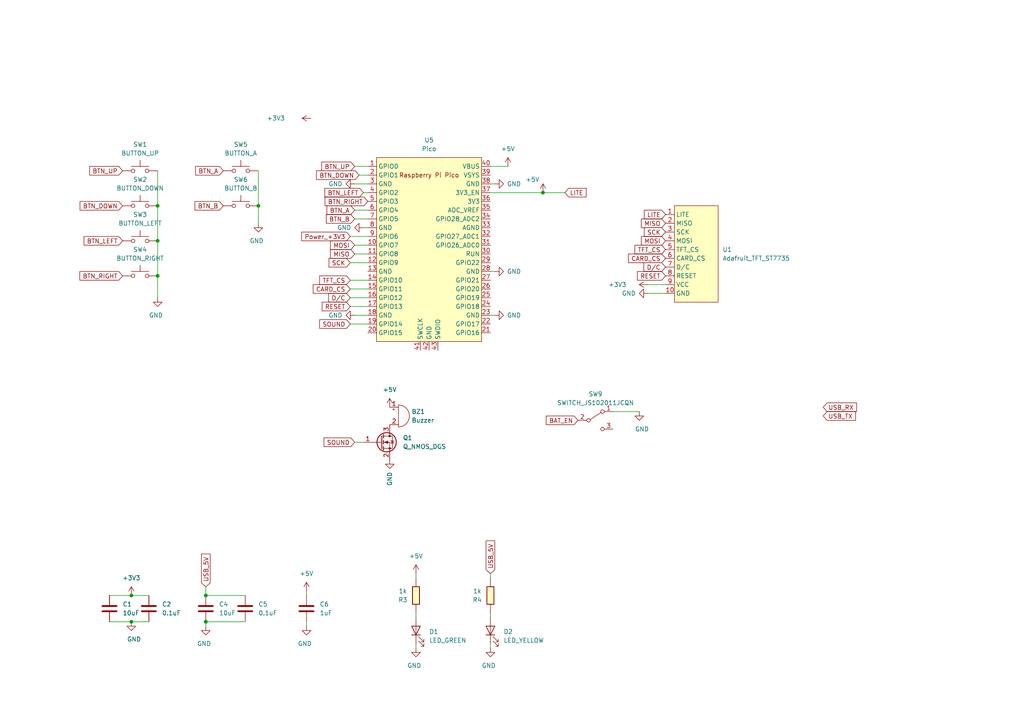
<source format=kicad_sch>
(kicad_sch (version 20211123) (generator eeschema)
  (paper "A4")
  (lib_symbols
    (symbol "Device:Buzzer" (pin_names (offset 0.0254) hide)
      (property "Reference" "BZ" (at 3.81 1.27 0))
      (property "Value" "Buzzer" (at 3.81 -1.27 0))
      (symbol "Buzzer_0_1"
        (arc (start 0 -3.175) (mid 3.175 0) (end 0 3.175))
        (polyline (pts (xy -1.651 1.905) (xy -1.143 1.905)))
        (polyline (pts (xy -1.397 2.159) (xy -1.397 1.651)))
        (polyline (pts (xy 0 3.175) (xy 0 -3.175)))
      )
      (symbol "Buzzer_1_1"
        (pin passive line (at -2.54 2.54 0) (length 2.54) (name "-") (number "1"))
        (pin passive line (at -2.54 -2.54 0) (length 2.54) (name "+") (number "2"))
      )
    )
    (symbol "MCU_RaspberryPi_and_Boards:Pico"
      (property "Reference" "U" (at -13.97 27.94 0))
      (property "Value" "Pico" (at 0 19.05 0))
      (symbol "Pico_0_0"
        (text "Raspberry Pi Pico" (at 0 21.59 0) (effects (font (size 1.27 1.27))))
      )
      (symbol "Pico_0_1"
        (rectangle (start -15.24 26.67) (end 15.24 -26.67) (fill (type background)))
      )
      (symbol "Pico_1_1"
        (pin bidirectional line (at -17.78 24.13 0) (length 2.54) (name "GPIO0") (number "1"))
        (pin bidirectional line (at -17.78 1.27 0) (length 2.54) (name "GPIO7") (number "10"))
        (pin bidirectional line (at -17.78 -1.27 0) (length 2.54) (name "GPIO8") (number "11"))
        (pin bidirectional line (at -17.78 -3.81 0) (length 2.54) (name "GPIO9") (number "12"))
        (pin power_in line (at -17.78 -6.35 0) (length 2.54) (name "GND") (number "13"))
        (pin bidirectional line (at -17.78 -8.89 0) (length 2.54) (name "GPIO10") (number "14"))
        (pin bidirectional line (at -17.78 -11.43 0) (length 2.54) (name "GPIO11") (number "15"))
        (pin bidirectional line (at -17.78 -13.97 0) (length 2.54) (name "GPIO12") (number "16"))
        (pin bidirectional line (at -17.78 -16.51 0) (length 2.54) (name "GPIO13") (number "17"))
        (pin power_in line (at -17.78 -19.05 0) (length 2.54) (name "GND") (number "18"))
        (pin bidirectional line (at -17.78 -21.59 0) (length 2.54) (name "GPIO14") (number "19"))
        (pin bidirectional line (at -17.78 21.59 0) (length 2.54) (name "GPIO1") (number "2"))
        (pin bidirectional line (at -17.78 -24.13 0) (length 2.54) (name "GPIO15") (number "20"))
        (pin bidirectional line (at 17.78 -24.13 180) (length 2.54) (name "GPIO16") (number "21"))
        (pin bidirectional line (at 17.78 -21.59 180) (length 2.54) (name "GPIO17") (number "22"))
        (pin power_in line (at 17.78 -19.05 180) (length 2.54) (name "GND") (number "23"))
        (pin bidirectional line (at 17.78 -16.51 180) (length 2.54) (name "GPIO18") (number "24"))
        (pin bidirectional line (at 17.78 -13.97 180) (length 2.54) (name "GPIO19") (number "25"))
        (pin bidirectional line (at 17.78 -11.43 180) (length 2.54) (name "GPIO20") (number "26"))
        (pin bidirectional line (at 17.78 -8.89 180) (length 2.54) (name "GPIO21") (number "27"))
        (pin power_in line (at 17.78 -6.35 180) (length 2.54) (name "GND") (number "28"))
        (pin bidirectional line (at 17.78 -3.81 180) (length 2.54) (name "GPIO22") (number "29"))
        (pin power_in line (at -17.78 19.05 0) (length 2.54) (name "GND") (number "3"))
        (pin input line (at 17.78 -1.27 180) (length 2.54) (name "RUN") (number "30"))
        (pin bidirectional line (at 17.78 1.27 180) (length 2.54) (name "GPIO26_ADC0") (number "31"))
        (pin bidirectional line (at 17.78 3.81 180) (length 2.54) (name "GPIO27_ADC1") (number "32"))
        (pin power_in line (at 17.78 6.35 180) (length 2.54) (name "AGND") (number "33"))
        (pin bidirectional line (at 17.78 8.89 180) (length 2.54) (name "GPIO28_ADC2") (number "34"))
        (pin power_in line (at 17.78 11.43 180) (length 2.54) (name "ADC_VREF") (number "35"))
        (pin power_in line (at 17.78 13.97 180) (length 2.54) (name "3V3") (number "36"))
        (pin input line (at 17.78 16.51 180) (length 2.54) (name "3V3_EN") (number "37"))
        (pin bidirectional line (at 17.78 19.05 180) (length 2.54) (name "GND") (number "38"))
        (pin power_in line (at 17.78 21.59 180) (length 2.54) (name "VSYS") (number "39"))
        (pin bidirectional line (at -17.78 16.51 0) (length 2.54) (name "GPIO2") (number "4"))
        (pin power_in line (at 17.78 24.13 180) (length 2.54) (name "VBUS") (number "40"))
        (pin input line (at -2.54 -29.21 90) (length 2.54) (name "SWCLK") (number "41"))
        (pin power_in line (at 0 -29.21 90) (length 2.54) (name "GND") (number "42"))
        (pin bidirectional line (at 2.54 -29.21 90) (length 2.54) (name "SWDIO") (number "43"))
        (pin bidirectional line (at -17.78 13.97 0) (length 2.54) (name "GPIO3") (number "5"))
        (pin bidirectional line (at -17.78 11.43 0) (length 2.54) (name "GPIO4") (number "6"))
        (pin bidirectional line (at -17.78 8.89 0) (length 2.54) (name "GPIO5") (number "7"))
        (pin power_in line (at -17.78 6.35 0) (length 2.54) (name "GND") (number "8"))
        (pin bidirectional line (at -17.78 3.81 0) (length 2.54) (name "GPIO6") (number "9"))
      )
    )
    (symbol "fab:BUTTON_B3SN" (pin_numbers hide) (pin_names (offset 1.016) hide)
      (property "Reference" "SW" (at 1.27 2.54 0))
      (property "Value" "BUTTON_B3SN" (at 0 -1.524 0))
      (symbol "BUTTON_B3SN_0_1"
        (circle (center -2.032 0) (radius 0.508))
        (polyline (pts (xy 0 1.27) (xy 0 3.048)))
        (polyline (pts (xy 2.54 1.27) (xy -2.54 1.27)))
        (circle (center 2.032 0) (radius 0.508))
        (pin passive line (at -5.08 0 0) (length 2.54) (name "1") (number "1"))
        (pin passive line (at 5.08 0 180) (length 2.54) (name "2") (number "2"))
      )
    )
    (symbol "fab:C" (pin_numbers hide) (pin_names (offset 0.254))
      (property "Reference" "C" (at 0.635 2.54 0))
      (property "Value" "C" (at 0.635 -2.54 0))
      (symbol "C_0_1"
        (polyline (pts (xy -2.032 -0.762) (xy 2.032 -0.762)) (stroke (width 0.508)))
        (polyline (pts (xy -2.032 0.762) (xy 2.032 0.762)) (stroke (width 0.508)))
      )
      (symbol "C_1_1"
        (pin passive line (at 0 3.81 270) (length 2.794) (name "~") (number "1"))
        (pin passive line (at 0 -3.81 90) (length 2.794) (name "~") (number "2"))
      )
    )
    (symbol "fab:LED_1206" (pin_numbers hide) (pin_names (offset 1.016) hide)
      (property "Reference" "D" (at 0 2.54 0))
      (property "Value" "LED_1206" (at 0 -2.54 0))
      (symbol "LED_1206_0_1"
        (polyline (pts (xy -1.27 -1.27) (xy -1.27 1.27)) (stroke (width 0.2032)))
        (polyline (pts (xy -1.27 0) (xy 1.27 0)))
        (polyline (pts (xy 1.27 -1.27) (xy 1.27 1.27) (xy -1.27 0) (xy 1.27 -1.27)) (stroke (width 0.2032)))
        (polyline (pts (xy -3.048 -0.762) (xy -4.572 -2.286) (xy -3.81 -2.286) (xy -4.572 -2.286) (xy -4.572 -1.524)))
        (polyline (pts (xy -1.778 -0.762) (xy -3.302 -2.286) (xy -2.54 -2.286) (xy -3.302 -2.286) (xy -3.302 -1.524)))
      )
      (symbol "LED_1206_1_1"
        (pin passive line (at -3.81 0 0) (length 2.54) (name "K") (number "1"))
        (pin passive line (at 3.81 0 180) (length 2.54) (name "A") (number "2"))
      )
    )
    (symbol "fab:Power_+3V3" (power) (pin_names (offset 0))
      (property "Value" "Power_+3V3" (at 0 3.556 0))
      (symbol "Power_+3V3_0_1"
        (polyline (pts (xy -0.762 1.27) (xy 0 2.54)))
        (polyline (pts (xy 0 0) (xy 0 2.54)))
        (polyline (pts (xy 0 2.54) (xy 0.762 1.27)))
      )
      (symbol "Power_+3V3_1_1"
        (pin power_in line (at 0 0 90) (length 0) hide (name "+3V3") (number "1"))
      )
    )
    (symbol "fab:Power_+5V" (power) (pin_names (offset 0))
      (property "Value" "Power_+5V" (at 0 3.556 0))
      (symbol "Power_+5V_0_1"
        (polyline (pts (xy -0.762 1.27) (xy 0 2.54)))
        (polyline (pts (xy 0 0) (xy 0 2.54)))
        (polyline (pts (xy 0 2.54) (xy 0.762 1.27)))
      )
      (symbol "Power_+5V_1_1"
        (pin power_in line (at 0 0 90) (length 0) hide (name "+5V") (number "1"))
      )
    )
    (symbol "fab:Power_GND" (power) (pin_names (offset 0))
      (property "Value" "Power_GND" (at 0 -3.81 0))
      (symbol "Power_GND_0_1"
        (polyline (pts (xy 0 0) (xy 0 -1.27) (xy 1.27 -1.27) (xy 0 -2.54) (xy -1.27 -1.27) (xy 0 -1.27)))
      )
      (symbol "Power_GND_1_1"
        (pin power_in line (at 0 0 270) (length 0) hide (name "GND") (number "1"))
      )
    )
    (symbol "fab:R_1206" (pin_numbers hide) (pin_names (offset 0))
      (property "Reference" "R" (at 2.54 0 90))
      (property "Value" "R_1206" (at -2.54 0 90))
      (symbol "R_1206_0_1"
        (rectangle (start -1.016 -2.54) (end 1.016 2.54) (stroke (width 0.254)) (fill (type background)))
      )
      (symbol "R_1206_1_1"
        (pin passive line (at 0 5.08 270) (length 2.54) (name "~") (number "1"))
        (pin passive line (at 0 -5.08 90) (length 2.54) (name "~") (number "2"))
      )
    )
    (symbol "fab:SWITCH_JS102011JCQN" (pin_names (offset 0) hide)
      (property "Reference" "SW" (at 0 4.318 0))
      (property "Value" "SWITCH_JS102011JCQN" (at 0 -5.08 0))
      (symbol "SWITCH_JS102011JCQN_0_0"
        (circle (center -2.032 0) (radius 0.508))
        (circle (center 2.032 -2.54) (radius 0.508))
      )
      (symbol "SWITCH_JS102011JCQN_0_1"
        (polyline (pts (xy -1.524 0.254) (xy 1.651 2.286)))
        (circle (center 2.032 2.54) (radius 0.508))
      )
      (symbol "SWITCH_JS102011JCQN_1_1"
        (pin passive line (at 5.08 2.54 180) (length 2.54) (name "A") (number "1"))
        (pin passive line (at -5.08 0 0) (length 2.54) (name "B") (number "2"))
        (pin passive line (at 5.08 -2.54 180) (length 2.54) (name "C") (number "3"))
      )
    )
    (symbol "fab_custom:Adafruit_TFT_ST7735"
      (property "Reference" "U1" (at 7.62 1.2701 0))
      (property "Value" "Adafruit_TFT_ST7735" (at 7.62 -1.2699 0))
      (symbol "Adafruit_TFT_ST7735_0_1"
        (rectangle (start -6.35 13.97) (end 6.35 -13.97) (fill (type background)))
      )
      (symbol "Adafruit_TFT_ST7735_1_1"
        (pin input line (at -8.89 11.43 0) (length 2.54) (name "LITE") (number "1"))
        (pin power_in line (at -8.89 -11.43 0) (length 2.54) (name "GND") (number "10"))
        (pin output line (at -8.89 8.89 0) (length 2.54) (name "MISO") (number "2"))
        (pin input line (at -8.89 6.35 0) (length 2.54) (name "SCK") (number "3"))
        (pin input line (at -8.89 3.81 0) (length 2.54) (name "MOSI") (number "4"))
        (pin input line (at -8.89 1.27 0) (length 2.54) (name "TFT_CS") (number "5"))
        (pin input line (at -8.89 -1.27 0) (length 2.54) (name "CARD_CS") (number "6"))
        (pin input line (at -8.89 -3.81 0) (length 2.54) (name "D/C") (number "7"))
        (pin input line (at -8.89 -6.35 0) (length 2.54) (name "RESET") (number "8"))
        (pin power_in line (at -8.89 -8.89 0) (length 2.54) (name "VCC") (number "9"))
      )
    )
    (symbol "raspi:Q_NMOS_DGS" (pin_names (offset 0) hide)
      (property "Reference" "Q?" (at 6.35 1.2701 0))
      (property "Value" "Q_NMOS_DGS" (at 6.35 -1.2699 0))
      (symbol "Q_NMOS_DGS_0_1"
        (polyline (pts (xy 0.254 0) (xy -2.54 0)))
        (polyline (pts (xy 0.254 1.905) (xy 0.254 -1.905)) (stroke (width 0.254)))
        (polyline (pts (xy 0.762 -1.27) (xy 0.762 -2.286)) (stroke (width 0.254)))
        (polyline (pts (xy 0.762 0.508) (xy 0.762 -0.508)) (stroke (width 0.254)))
        (polyline (pts (xy 0.762 2.286) (xy 0.762 1.27)) (stroke (width 0.254)))
        (polyline (pts (xy 2.54 2.54) (xy 2.54 1.778)))
        (polyline (pts (xy 2.54 -2.54) (xy 2.54 0) (xy 0.762 0)))
        (polyline (pts (xy 0.762 -1.778) (xy 3.302 -1.778) (xy 3.302 1.778) (xy 0.762 1.778)))
        (polyline (pts (xy 1.016 0) (xy 2.032 0.381) (xy 2.032 -0.381) (xy 1.016 0)) (fill (type outline)))
        (polyline (pts (xy 2.794 0.508) (xy 2.921 0.381) (xy 3.683 0.381) (xy 3.81 0.254)))
        (polyline (pts (xy 3.302 0.381) (xy 2.921 -0.254) (xy 3.683 -0.254) (xy 3.302 0.381)))
        (circle (center 1.651 0) (radius 2.794) (stroke (width 0.254)))
        (circle (center 2.54 -1.778) (radius 0.254) (fill (type outline)))
        (circle (center 2.54 1.778) (radius 0.254) (fill (type outline)))
      )
      (symbol "Q_NMOS_DGS_1_1"
        (pin input line (at -5.08 0 0) (length 2.54) (name "G") (number "1"))
        (pin passive line (at 2.54 -5.08 90) (length 2.54) (name "S") (number "2"))
        (pin passive line (at 2.54 5.08 270) (length 2.54) (name "D") (number "3"))
      )
    )
  )
  (junction (at 38.1 172.72))
  (junction (at 59.69 180.34))
  (junction (at 45.72 59.69))
  (junction (at 45.72 69.85))
  (junction (at 38.1 180.34))
  (junction (at 59.69 172.72))
  (junction (at 74.93 59.69))
  (junction (at 45.72 80.01))
  (junction (at 157.48 55.88))
  (wire (pts (xy 177.8 119.38) (xy 185.42 119.38)))
  (wire (pts (xy 187.96 82.55) (xy 193.04 82.55)))
  (wire (pts (xy 38.1 180.34) (xy 43.18 180.34)))
  (wire (pts (xy 45.72 69.85) (xy 45.72 80.01)))
  (wire (pts (xy 101.6 68.58) (xy 106.68 68.58)))
  (wire (pts (xy 157.48 55.88) (xy 163.83 55.88)))
  (wire (pts (xy 59.69 180.34) (xy 71.12 180.34)))
  (wire (pts (xy 142.24 55.88) (xy 157.48 55.88)))
  (wire (pts (xy 74.93 59.69) (xy 74.93 64.77)))
  (wire (pts (xy 102.87 48.26) (xy 106.68 48.26)))
  (wire (pts (xy 102.87 73.66) (xy 106.68 73.66)))
  (wire (pts (xy 120.65 166.37) (xy 120.65 167.64)))
  (wire (pts (xy 142.24 166.37) (xy 142.24 167.64)))
  (wire (pts (xy 147.32 48.26) (xy 142.24 48.26)))
  (wire (pts (xy 104.14 50.8) (xy 106.68 50.8)))
  (wire (pts (xy 45.72 80.01) (xy 45.72 86.36)))
  (wire (pts (xy 120.65 187.96) (xy 120.65 186.69)))
  (wire (pts (xy 31.75 180.34) (xy 38.1 180.34)))
  (wire (pts (xy 142.24 177.8) (xy 142.24 179.07)))
  (wire (pts (xy 101.6 88.9) (xy 106.68 88.9)))
  (wire (pts (xy 59.69 170.18) (xy 59.69 172.72)))
  (wire (pts (xy 101.6 81.28) (xy 106.68 81.28)))
  (wire (pts (xy 59.69 172.72) (xy 71.12 172.72)))
  (wire (pts (xy 101.6 93.98) (xy 106.68 93.98)))
  (wire (pts (xy 105.41 66.04) (xy 106.68 66.04)))
  (wire (pts (xy 102.87 71.12) (xy 106.68 71.12)))
  (wire (pts (xy 120.65 177.8) (xy 120.65 179.07)))
  (wire (pts (xy 45.72 59.69) (xy 45.72 69.85)))
  (wire (pts (xy 88.9 181.61) (xy 88.9 180.34)))
  (wire (pts (xy 101.6 86.36) (xy 106.68 86.36)))
  (wire (pts (xy 38.1 172.72) (xy 31.75 172.72)))
  (wire (pts (xy 45.72 49.53) (xy 45.72 59.69)))
  (wire (pts (xy 143.51 91.44) (xy 142.24 91.44)))
  (wire (pts (xy 143.51 53.34) (xy 142.24 53.34)))
  (wire (pts (xy 59.69 181.61) (xy 59.69 180.34)))
  (wire (pts (xy 102.87 63.5) (xy 106.68 63.5)))
  (wire (pts (xy 101.6 83.82) (xy 106.68 83.82)))
  (wire (pts (xy 187.96 85.09) (xy 193.04 85.09)))
  (wire (pts (xy 38.1 172.72) (xy 43.18 172.72)))
  (wire (pts (xy 102.87 128.27) (xy 105.41 128.27)))
  (wire (pts (xy 102.87 60.96) (xy 106.68 60.96)))
  (wire (pts (xy 101.6 76.2) (xy 106.68 76.2)))
  (wire (pts (xy 142.24 187.96) (xy 142.24 186.69)))
  (wire (pts (xy 102.87 53.34) (xy 106.68 53.34)))
  (wire (pts (xy 102.87 91.44) (xy 106.68 91.44)))
  (wire (pts (xy 105.41 55.88) (xy 106.68 55.88)))
  (wire (pts (xy 88.9 171.45) (xy 88.9 172.72)))
  (wire (pts (xy 74.93 49.53) (xy 74.93 59.69)))
  (wire (pts (xy 143.51 78.74) (xy 142.24 78.74)))
  (global_label "BTN_UP" (shape input) (at 35.56 49.53 180) (property "Intersheet References" "${INTERSHEET_REFS}" (effects hide)))
  (global_label "BTN_DOWN" (shape input) (at 35.56 59.69 180) (property "Intersheet References" "${INTERSHEET_REFS}" (effects hide)))
  (global_label "USB_RX" (shape input) (at 238.76 118.11 0) (property "Intersheet References" "${INTERSHEET_REFS}" (effects hide)))
  (global_label "D{slash}C" (shape input) (at 193.04 77.47 180) (property "Intersheet References" "${INTERSHEET_REFS}" (effects hide)))
  (global_label "BTN_DOWN" (shape input) (at 104.14 50.8 180) (property "Intersheet References" "${INTERSHEET_REFS}" (effects hide)))
  (global_label "CARD_CS" (shape input) (at 193.04 74.93 180) (property "Intersheet References" "${INTERSHEET_REFS}" (effects hide)))
  (global_label "USB_5V" (shape input) (at 142.24 166.37 90) (property "Intersheet References" "${INTERSHEET_REFS}" (effects hide)))
  (global_label "USB_5V" (shape input) (at 59.69 170.18 90) (property "Intersheet References" "${INTERSHEET_REFS}" (effects hide)))
  (global_label "SOUND" (shape input) (at 101.6 93.98 180) (property "Intersheet References" "${INTERSHEET_REFS}" (effects hide)))
  (global_label "BTN_B" (shape input) (at 102.87 63.5 180) (property "Intersheet References" "${INTERSHEET_REFS}" (effects hide)))
  (global_label "MISO" (shape input) (at 193.04 64.77 180) (property "Intersheet References" "${INTERSHEET_REFS}" (effects hide)))
  (global_label "BTN_RIGHT" (shape input) (at 35.56 80.01 180) (property "Intersheet References" "${INTERSHEET_REFS}" (effects hide)))
  (global_label "MOSI" (shape input) (at 193.04 69.85 180) (property "Intersheet References" "${INTERSHEET_REFS}" (effects hide)))
  (global_label "BTN_A" (shape input) (at 102.87 60.96 180) (property "Intersheet References" "${INTERSHEET_REFS}" (effects hide)))
  (global_label "BTN_UP" (shape input) (at 102.87 48.26 180) (property "Intersheet References" "${INTERSHEET_REFS}" (effects hide)))
  (global_label "Power_+3V3" (shape input) (at 101.6 68.58 180) (property "Intersheet References" "${INTERSHEET_REFS}" (effects hide)))
  (global_label "LITE" (shape input) (at 163.83 55.88 0) (property "Intersheet References" "${INTERSHEET_REFS}" (effects hide)))
  (global_label "USB_TX" (shape input) (at 238.76 120.65 0) (property "Intersheet References" "${INTERSHEET_REFS}" (effects hide)))
  (global_label "BAT_EN" (shape input) (at 167.64 121.92 180) (property "Intersheet References" "${INTERSHEET_REFS}" (effects hide)))
  (global_label "CARD_CS" (shape input) (at 101.6 83.82 180) (property "Intersheet References" "${INTERSHEET_REFS}" (effects hide)))
  (global_label "MOSI" (shape input) (at 102.87 71.12 180) (property "Intersheet References" "${INTERSHEET_REFS}" (effects hide)))
  (global_label "SCK" (shape input) (at 101.6 76.2 180) (property "Intersheet References" "${INTERSHEET_REFS}" (effects hide)))
  (global_label "BTN_A" (shape input) (at 64.77 49.53 180) (property "Intersheet References" "${INTERSHEET_REFS}" (effects hide)))
  (global_label "BTN_B" (shape input) (at 64.77 59.69 180) (property "Intersheet References" "${INTERSHEET_REFS}" (effects hide)))
  (global_label "TFT_CS" (shape input) (at 193.04 72.39 180) (property "Intersheet References" "${INTERSHEET_REFS}" (effects hide)))
  (global_label "RESET" (shape input) (at 101.6 88.9 180) (property "Intersheet References" "${INTERSHEET_REFS}" (effects hide)))
  (global_label "BTN_RIGHT" (shape input) (at 106.68 58.42 180) (property "Intersheet References" "${INTERSHEET_REFS}" (effects hide)))
  (global_label "RESET" (shape input) (at 193.04 80.01 180) (property "Intersheet References" "${INTERSHEET_REFS}" (effects hide)))
  (global_label "MISO" (shape input) (at 102.87 73.66 180) (property "Intersheet References" "${INTERSHEET_REFS}" (effects hide)))
  (global_label "SOUND" (shape input) (at 102.87 128.27 180) (property "Intersheet References" "${INTERSHEET_REFS}" (effects hide)))
  (global_label "LITE" (shape input) (at 193.04 62.23 180) (property "Intersheet References" "${INTERSHEET_REFS}" (effects hide)))
  (global_label "D{slash}C" (shape input) (at 101.6 86.36 180) (property "Intersheet References" "${INTERSHEET_REFS}" (effects hide)))
  (global_label "SCK" (shape input) (at 193.04 67.31 180) (property "Intersheet References" "${INTERSHEET_REFS}" (effects hide)))
  (global_label "BTN_LEFT" (shape input) (at 35.56 69.85 180) (property "Intersheet References" "${INTERSHEET_REFS}" (effects hide)))
  (global_label "TFT_CS" (shape input) (at 101.6 81.28 180) (property "Intersheet References" "${INTERSHEET_REFS}" (effects hide)))
  (global_label "BTN_LEFT" (shape input) (at 105.41 55.88 180) (property "Intersheet References" "${INTERSHEET_REFS}" (effects hide)))
  (symbol (lib_id "fab:SWITCH_JS102011JCQN") (at 172.72 121.92 0) (unit 1)
    (property "Reference" "SW9" (at 172.72 114.3 0))
    (property "Value" "SWITCH_JS102011JCQN" (at 172.72 116.84 0))
    (property "Footprint" "fab:Switch_SPDT_C&K_JS102011JCQN_9x3.6mm_P2.5mm" (effects hide))
    (property "Datasheet" "https://www.ckswitches.com/media/1422/js.pdf" (effects hide))
  )
  (symbol (lib_id "fab:BUTTON_B3SN") (at 40.64 49.53 0) (unit 1)
    (property "Reference" "SW1" (at 40.64 41.91 0))
    (property "Value" "BUTTON_UP" (at 40.64 44.45 0))
    (property "Footprint" "fab:Button_Omron_B3SN_6x6mm" (effects hide))
    (property "Datasheet" "https://omronfs.omron.com/en_US/ecb/products/pdf/en-b3sn.pdf" (effects hide))
  )
  (symbol (lib_id "fab:Power_GND") (at 45.72 86.36 0) (unit 1)
    (property "Reference" "#PWR0114" (effects hide))
    (property "Value" "GND" (at 43.18 91.44 0) (effects (justify left)))
  )
  (symbol (lib_id "fab:Power_GND") (at 143.51 78.74 90) (unit 1)
    (property "Reference" "#PWR0110" (effects hide))
    (property "Value" "GND" (at 151.13 78.74 90) (effects (justify left)))
  )
  (symbol (lib_id "fab:Power_+3V3") (at 38.1 172.72 0) (unit 1)
    (property "Reference" "#PWR0118" (effects hide))
    (property "Value" "Power_+3V3" (at 38.1 167.64 0))
  )
  (symbol (lib_id "fab:Power_GND") (at 143.51 91.44 90) (unit 1)
    (property "Reference" "#PWR0106" (effects hide))
    (property "Value" "GND" (at 151.13 91.44 90) (effects (justify left)))
  )
  (symbol (lib_id "fab:Power_GND") (at 102.87 53.34 270) (unit 1)
    (property "Reference" "#PWR0102" (effects hide))
    (property "Value" "GND" (at 95.25 53.34 90) (effects (justify left)))
  )
  (symbol (lib_id "fab:Power_GND") (at 102.87 91.44 270) (unit 1)
    (property "Reference" "#PWR0111" (effects hide))
    (property "Value" "GND" (at 95.25 91.44 90) (effects (justify left)))
  )
  (symbol (lib_id "fab:R_1206") (at 142.24 172.72 0) (unit 1)
    (property "Reference" "R4" (at 138.43 173.99 0))
    (property "Value" "1k" (at 138.43 171.45 0))
    (property "Footprint" "fab:R_1206" (effects hide))
  )
  (symbol (lib_id "fab:Power_GND") (at 113.03 133.35 0) (unit 1)
    (property "Reference" "#PWR0115" (effects hide))
    (property "Value" "GND" (at 113.03 140.97 90) (effects (justify left)))
  )
  (symbol (lib_id "fab:Power_+5V") (at 113.03 118.11 0) (unit 1)
    (property "Reference" "#PWR0116" (effects hide))
    (property "Value" "Power_+5V" (at 113.03 113.03 0))
  )
  (symbol (lib_id "fab:R_1206") (at 120.65 172.72 0) (unit 1)
    (property "Reference" "R3" (at 116.84 173.99 0))
    (property "Value" "1k" (at 116.84 171.45 0))
    (property "Footprint" "fab:R_1206" (effects hide))
  )
  (symbol (lib_id "fab:C") (at 71.12 176.53 0) (unit 1)
    (property "Reference" "C5" (at 74.93 175.2599 0) (effects (justify left)))
    (property "Value" "0.1uF" (at 74.93 177.7999 0) (effects (justify left)))
    (property "Footprint" "fab:C_1206" (effects hide))
  )
  (symbol (lib_id "fab:Power_GND") (at 59.69 181.61 0) (unit 1)
    (property "Reference" "#PWR0128" (effects hide))
    (property "Value" "GND" (at 57.15 186.69 0) (effects (justify left)))
  )
  (symbol (lib_id "fab:LED_1206") (at 142.24 182.88 90) (unit 1)
    (property "Reference" "D2" (at 146.05 183.2101 90) (effects (justify right)))
    (property "Value" "LED_YELLOW" (at 146.05 185.7501 90) (effects (justify right)))
    (property "Footprint" "fab:LED_1206" (effects hide))
    (property "Datasheet" "https://optoelectronics.liteon.com/upload/download/DS-22-98-0002/LTST-C150CKT.pdf" (effects hide))
  )
  (symbol (lib_id "fab:LED_1206") (at 120.65 182.88 90) (unit 1)
    (property "Reference" "D1" (at 124.46 183.2101 90) (effects (justify right)))
    (property "Value" "LED_GREEN" (at 124.46 185.7501 90) (effects (justify right)))
    (property "Footprint" "fab:LED_1206" (effects hide))
    (property "Datasheet" "https://optoelectronics.liteon.com/upload/download/DS-22-98-0002/LTST-C150CKT.pdf" (effects hide))
  )
  (symbol (lib_id "fab:Power_GND") (at 142.24 187.96 0) (unit 1)
    (property "Reference" "#PWR0133" (effects hide))
    (property "Value" "GND" (at 139.7 193.04 0) (effects (justify left)))
  )
  (symbol (lib_id "fab:Power_+5V") (at 88.9 171.45 0) (unit 1)
    (property "Reference" "#PWR0130" (effects hide))
    (property "Value" "Power_+5V" (at 88.9 166.37 0))
  )
  (symbol (lib_id "fab:Power_GND") (at 38.1 180.34 0) (unit 1)
    (property "Reference" "#PWR0119" (effects hide))
    (property "Value" "GND" (at 36.83 185.42 0) (effects (justify left)))
  )
  (symbol (lib_id "fab:Power_GND") (at 74.93 64.77 0) (unit 1)
    (property "Reference" "#PWR0113" (effects hide))
    (property "Value" "GND" (at 72.39 69.85 0) (effects (justify left)))
  )
  (symbol (lib_id "fab:Power_GND") (at 185.42 119.38 0) (unit 1)
    (property "Reference" "#PWR0124" (effects hide))
    (property "Value" "GND" (at 184.15 124.46 0) (effects (justify left)))
  )
  (symbol (lib_id "Device:Buzzer") (at 115.57 120.65 0) (unit 1)
    (property "Reference" "BZ1" (at 119.38 119.3799 0) (effects (justify left)))
    (property "Value" "Buzzer" (at 119.38 121.9199 0) (effects (justify left)))
    (property "Footprint" "Buzzer_Beeper:Buzzer_12x9.5RM7.6" (effects hide))
  )
  (symbol (lib_id "fab:BUTTON_B3SN") (at 40.64 59.69 0) (unit 1)
    (property "Reference" "SW2" (at 40.64 52.07 0))
    (property "Value" "BUTTON_DOWN" (at 40.64 54.61 0))
    (property "Footprint" "fab:Button_Omron_B3SN_6x6mm" (effects hide))
    (property "Datasheet" "https://omronfs.omron.com/en_US/ecb/products/pdf/en-b3sn.pdf" (effects hide))
  )
  (symbol (lib_id "fab:Power_GND") (at 120.65 187.96 0) (unit 1)
    (property "Reference" "#PWR0132" (effects hide))
    (property "Value" "GND" (at 118.11 193.04 0) (effects (justify left)))
  )
  (symbol (lib_id "fab:C") (at 59.69 176.53 0) (unit 1)
    (property "Reference" "C4" (at 63.5 175.2599 0) (effects (justify left)))
    (property "Value" "10uF" (at 63.5 177.7999 0) (effects (justify left)))
    (property "Footprint" "fab:C_1206" (effects hide))
  )
  (symbol (lib_id "fab:Power_+3V3") (at 187.96 82.55 90) (unit 1)
    (property "Reference" "#PWR0103" (effects hide))
    (property "Value" "Power_+3V3" (at 179.07 82.55 90))
  )
  (symbol (lib_id "fab:Power_GND") (at 143.51 53.34 90) (unit 1)
    (property "Reference" "#PWR0108" (effects hide))
    (property "Value" "GND" (at 151.13 53.34 90) (effects (justify left)))
  )
  (symbol (lib_id "fab:Power_GND") (at 105.41 66.04 270) (unit 1)
    (property "Reference" "#PWR0107" (effects hide))
    (property "Value" "GND" (at 97.79 66.04 90) (effects (justify left)))
  )
  (symbol (lib_id "fab:Power_+5V") (at 120.65 166.37 0) (unit 1)
    (property "Reference" "#PWR0131" (effects hide))
    (property "Value" "Power_+5V" (at 120.65 161.29 0))
  )
  (symbol (lib_id "fab:BUTTON_B3SN") (at 69.85 49.53 0) (unit 1)
    (property "Reference" "SW5" (at 69.85 41.91 0))
    (property "Value" "BUTTON_A" (at 69.85 44.45 0))
    (property "Footprint" "fab:Button_Omron_B3SN_6x6mm" (effects hide))
    (property "Datasheet" "https://omronfs.omron.com/en_US/ecb/products/pdf/en-b3sn.pdf" (effects hide))
  )
  (symbol (lib_id "fab:Power_+3V3") (at 90.17 34.29 90) (unit 1)
    (property "Reference" "#PWR0101" (effects hide))
    (property "Value" "Power_+3V3" (at 80.01 34.29 90))
  )
  (symbol (lib_id "fab_custom:Adafruit_TFT_ST7735") (at 201.93 73.66 0) (unit 1)
    (property "Reference" "U1" (at 209.55 72.3899 0) (effects (justify left)))
    (property "Value" "Adafruit_TFT_ST7735" (at 209.55 74.9299 0) (effects (justify left)))
    (property "Footprint" "fab:Adafruit_TFT_ST7735" (effects hide))
  )
  (symbol (lib_id "fab:Power_GND") (at 187.96 85.09 270) (unit 1)
    (property "Reference" "#PWR0104" (effects hide))
    (property "Value" "GND" (at 180.34 85.09 90) (effects (justify left)))
  )
  (symbol (lib_id "MCU_RaspberryPi_and_Boards:Pico") (at 124.46 72.39 0) (unit 1)
    (property "Reference" "U5" (at 124.46 40.64 0))
    (property "Value" "Pico" (at 124.46 43.18 0))
    (property "Footprint" "raspi:RPi_Pico_TH" (effects hide))
  )
  (symbol (lib_id "fab:Power_+5V") (at 147.32 48.26 0) (unit 1)
    (property "Reference" "#PWR0105" (effects hide))
    (property "Value" "Power_+5V" (at 147.32 43.18 0))
  )
  (symbol (lib_id "fab:BUTTON_B3SN") (at 40.64 69.85 0) (unit 1)
    (property "Reference" "SW3" (at 40.64 62.23 0))
    (property "Value" "BUTTON_LEFT" (at 40.64 64.77 0))
    (property "Footprint" "fab:Button_Omron_B3SN_6x6mm" (effects hide))
    (property "Datasheet" "https://omronfs.omron.com/en_US/ecb/products/pdf/en-b3sn.pdf" (effects hide))
  )
  (symbol (lib_id "fab:C") (at 88.9 176.53 0) (unit 1)
    (property "Reference" "C6" (at 92.71 175.2599 0) (effects (justify left)))
    (property "Value" "1uF" (at 92.71 177.7999 0) (effects (justify left)))
    (property "Footprint" "fab:C_1206" (effects hide))
  )
  (symbol (lib_id "raspi:Q_NMOS_DGS") (at 110.49 128.27 0) (unit 1)
    (property "Reference" "Q1" (at 116.84 126.9999 0) (effects (justify left)))
    (property "Value" "Q_NMOS_DGS" (at 116.84 129.5399 0) (effects (justify left)))
    (property "Footprint" "Package_TO_SOT_SMD:SOT-23" (effects hide))
  )
  (symbol (lib_id "fab:C") (at 43.18 176.53 0) (unit 1)
    (property "Reference" "C2" (at 46.99 175.2599 0) (effects (justify left)))
    (property "Value" "0.1uF" (at 46.99 177.7999 0) (effects (justify left)))
    (property "Footprint" "fab:C_1206" (effects hide))
  )
  (symbol (lib_id "fab:Power_GND") (at 88.9 181.61 0) (unit 1)
    (property "Reference" "#PWR0129" (effects hide))
    (property "Value" "GND" (at 86.36 186.69 0) (effects (justify left)))
  )
  (symbol (lib_id "fab:Power_+5V") (at 157.48 55.88 0) (unit 1)
    (property "Reference" "#PWR0109" (effects hide))
    (property "Value" "Power_+3V3" (at 152.4 52.07 0) (effects (justify left)))
  )
  (symbol (lib_id "fab:BUTTON_B3SN") (at 69.85 59.69 0) (unit 1)
    (property "Reference" "SW6" (at 69.85 52.07 0))
    (property "Value" "BUTTON_B" (at 69.85 54.61 0))
    (property "Footprint" "fab:Button_Omron_B3SN_6x6mm" (effects hide))
    (property "Datasheet" "https://omronfs.omron.com/en_US/ecb/products/pdf/en-b3sn.pdf" (effects hide))
  )
  (symbol (lib_id "fab:C") (at 31.75 176.53 0) (unit 1)
    (property "Reference" "C1" (at 35.56 175.2599 0) (effects (justify left)))
    (property "Value" "10uF" (at 35.56 177.7999 0) (effects (justify left)))
    (property "Footprint" "fab:C_1206" (effects hide))
  )
  (symbol (lib_id "fab:BUTTON_B3SN") (at 40.64 80.01 0) (unit 1)
    (property "Reference" "SW4" (at 40.64 72.39 0))
    (property "Value" "BUTTON_RIGHT" (at 40.64 74.93 0))
    (property "Footprint" "fab:Button_Omron_B3SN_6x6mm" (effects hide))
    (property "Datasheet" "https://omronfs.omron.com/en_US/ecb/products/pdf/en-b3sn.pdf" (effects hide))
  )
)
</source>
